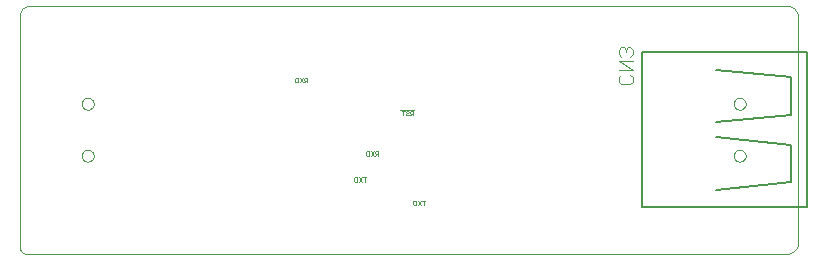
<source format=gbo>
G75*
%MOIN*%
%OFA0B0*%
%FSLAX24Y24*%
%IPPOS*%
%LPD*%
%AMOC8*
5,1,8,0,0,1.08239X$1,22.5*
%
%ADD10C,0.0000*%
%ADD11C,0.0010*%
%ADD12C,0.0050*%
%ADD13C,0.0040*%
D10*
X000872Y000527D02*
X026208Y000527D01*
X026208Y000528D02*
X026246Y000530D01*
X026283Y000535D01*
X026320Y000545D01*
X026356Y000557D01*
X026390Y000574D01*
X026422Y000593D01*
X026453Y000616D01*
X026481Y000641D01*
X026506Y000669D01*
X026529Y000700D01*
X026548Y000732D01*
X026565Y000766D01*
X026577Y000802D01*
X026587Y000839D01*
X026592Y000876D01*
X026594Y000914D01*
X026594Y008399D01*
X026592Y008438D01*
X026586Y008476D01*
X026577Y008514D01*
X026564Y008551D01*
X026547Y008586D01*
X026527Y008619D01*
X026504Y008650D01*
X026478Y008679D01*
X026449Y008705D01*
X026418Y008728D01*
X026385Y008748D01*
X026350Y008765D01*
X026313Y008778D01*
X026275Y008787D01*
X026237Y008793D01*
X026198Y008795D01*
X000984Y008795D01*
X000949Y008793D01*
X000915Y008788D01*
X000881Y008779D01*
X000848Y008766D01*
X000817Y008750D01*
X000788Y008731D01*
X000761Y008709D01*
X000736Y008684D01*
X000714Y008657D01*
X000695Y008628D01*
X000679Y008597D01*
X000666Y008564D01*
X000657Y008530D01*
X000652Y008496D01*
X000650Y008461D01*
X000649Y008461D02*
X000649Y000750D01*
X000651Y000721D01*
X000657Y000692D01*
X000666Y000665D01*
X000679Y000639D01*
X000695Y000614D01*
X000714Y000592D01*
X000736Y000573D01*
X000760Y000557D01*
X000787Y000544D01*
X000814Y000535D01*
X000843Y000529D01*
X000872Y000527D01*
X002721Y003795D02*
X002723Y003822D01*
X002729Y003849D01*
X002738Y003875D01*
X002751Y003899D01*
X002767Y003922D01*
X002786Y003941D01*
X002808Y003958D01*
X002832Y003972D01*
X002857Y003982D01*
X002884Y003989D01*
X002911Y003992D01*
X002939Y003991D01*
X002966Y003986D01*
X002992Y003978D01*
X003016Y003966D01*
X003039Y003950D01*
X003060Y003932D01*
X003077Y003911D01*
X003092Y003887D01*
X003103Y003862D01*
X003111Y003836D01*
X003115Y003809D01*
X003115Y003781D01*
X003111Y003754D01*
X003103Y003728D01*
X003092Y003703D01*
X003077Y003679D01*
X003060Y003658D01*
X003039Y003640D01*
X003017Y003624D01*
X002992Y003612D01*
X002966Y003604D01*
X002939Y003599D01*
X002911Y003598D01*
X002884Y003601D01*
X002857Y003608D01*
X002832Y003618D01*
X002808Y003632D01*
X002786Y003649D01*
X002767Y003668D01*
X002751Y003691D01*
X002738Y003715D01*
X002729Y003741D01*
X002723Y003768D01*
X002721Y003795D01*
X002721Y005527D02*
X002723Y005554D01*
X002729Y005581D01*
X002738Y005607D01*
X002751Y005631D01*
X002767Y005654D01*
X002786Y005673D01*
X002808Y005690D01*
X002832Y005704D01*
X002857Y005714D01*
X002884Y005721D01*
X002911Y005724D01*
X002939Y005723D01*
X002966Y005718D01*
X002992Y005710D01*
X003016Y005698D01*
X003039Y005682D01*
X003060Y005664D01*
X003077Y005643D01*
X003092Y005619D01*
X003103Y005594D01*
X003111Y005568D01*
X003115Y005541D01*
X003115Y005513D01*
X003111Y005486D01*
X003103Y005460D01*
X003092Y005435D01*
X003077Y005411D01*
X003060Y005390D01*
X003039Y005372D01*
X003017Y005356D01*
X002992Y005344D01*
X002966Y005336D01*
X002939Y005331D01*
X002911Y005330D01*
X002884Y005333D01*
X002857Y005340D01*
X002832Y005350D01*
X002808Y005364D01*
X002786Y005381D01*
X002767Y005400D01*
X002751Y005423D01*
X002738Y005447D01*
X002729Y005473D01*
X002723Y005500D01*
X002721Y005527D01*
X024452Y005527D02*
X024454Y005554D01*
X024460Y005581D01*
X024469Y005607D01*
X024482Y005631D01*
X024498Y005654D01*
X024517Y005673D01*
X024539Y005690D01*
X024563Y005704D01*
X024588Y005714D01*
X024615Y005721D01*
X024642Y005724D01*
X024670Y005723D01*
X024697Y005718D01*
X024723Y005710D01*
X024747Y005698D01*
X024770Y005682D01*
X024791Y005664D01*
X024808Y005643D01*
X024823Y005619D01*
X024834Y005594D01*
X024842Y005568D01*
X024846Y005541D01*
X024846Y005513D01*
X024842Y005486D01*
X024834Y005460D01*
X024823Y005435D01*
X024808Y005411D01*
X024791Y005390D01*
X024770Y005372D01*
X024748Y005356D01*
X024723Y005344D01*
X024697Y005336D01*
X024670Y005331D01*
X024642Y005330D01*
X024615Y005333D01*
X024588Y005340D01*
X024563Y005350D01*
X024539Y005364D01*
X024517Y005381D01*
X024498Y005400D01*
X024482Y005423D01*
X024469Y005447D01*
X024460Y005473D01*
X024454Y005500D01*
X024452Y005527D01*
X024452Y003795D02*
X024454Y003822D01*
X024460Y003849D01*
X024469Y003875D01*
X024482Y003899D01*
X024498Y003922D01*
X024517Y003941D01*
X024539Y003958D01*
X024563Y003972D01*
X024588Y003982D01*
X024615Y003989D01*
X024642Y003992D01*
X024670Y003991D01*
X024697Y003986D01*
X024723Y003978D01*
X024747Y003966D01*
X024770Y003950D01*
X024791Y003932D01*
X024808Y003911D01*
X024823Y003887D01*
X024834Y003862D01*
X024842Y003836D01*
X024846Y003809D01*
X024846Y003781D01*
X024842Y003754D01*
X024834Y003728D01*
X024823Y003703D01*
X024808Y003679D01*
X024791Y003658D01*
X024770Y003640D01*
X024748Y003624D01*
X024723Y003612D01*
X024697Y003604D01*
X024670Y003599D01*
X024642Y003598D01*
X024615Y003601D01*
X024588Y003608D01*
X024563Y003618D01*
X024539Y003632D01*
X024517Y003649D01*
X024498Y003668D01*
X024482Y003691D01*
X024469Y003715D01*
X024460Y003741D01*
X024454Y003768D01*
X024452Y003795D01*
D11*
X014167Y002299D02*
X014067Y002299D01*
X014020Y002299D02*
X013920Y002149D01*
X013872Y002149D02*
X013797Y002149D01*
X013772Y002174D01*
X013772Y002274D01*
X013797Y002299D01*
X013872Y002299D01*
X013872Y002149D01*
X014020Y002149D02*
X013920Y002299D01*
X014117Y002299D02*
X014117Y002149D01*
X012149Y002936D02*
X012149Y003086D01*
X012199Y003086D02*
X012099Y003086D01*
X012051Y003086D02*
X011951Y002936D01*
X011904Y002936D02*
X011829Y002936D01*
X011804Y002961D01*
X011804Y003061D01*
X011829Y003086D01*
X011904Y003086D01*
X011904Y002936D01*
X012051Y002936D02*
X011951Y003086D01*
X012223Y003802D02*
X012198Y003827D01*
X012198Y003927D01*
X012223Y003952D01*
X012298Y003952D01*
X012298Y003802D01*
X012223Y003802D01*
X012345Y003802D02*
X012445Y003952D01*
X012492Y003927D02*
X012492Y003877D01*
X012517Y003852D01*
X012592Y003852D01*
X012542Y003852D02*
X012492Y003802D01*
X012445Y003802D02*
X012345Y003952D01*
X012492Y003927D02*
X012517Y003952D01*
X012592Y003952D01*
X012592Y003802D01*
X013429Y005141D02*
X013429Y005291D01*
X013479Y005291D02*
X013379Y005291D01*
X013336Y005311D02*
X013778Y005311D01*
X013773Y005291D02*
X013698Y005291D01*
X013673Y005266D01*
X013673Y005216D01*
X013698Y005191D01*
X013773Y005191D01*
X013723Y005191D02*
X013673Y005141D01*
X013626Y005166D02*
X013601Y005141D01*
X013551Y005141D01*
X013526Y005166D01*
X013526Y005191D01*
X013551Y005216D01*
X013601Y005216D01*
X013626Y005241D01*
X013626Y005266D01*
X013601Y005291D01*
X013551Y005291D01*
X013526Y005266D01*
X013773Y005291D02*
X013773Y005141D01*
X010230Y006243D02*
X010230Y006393D01*
X010155Y006393D01*
X010130Y006368D01*
X010130Y006318D01*
X010155Y006293D01*
X010230Y006293D01*
X010180Y006293D02*
X010130Y006243D01*
X010083Y006243D02*
X009983Y006393D01*
X009935Y006393D02*
X009860Y006393D01*
X009835Y006368D01*
X009835Y006268D01*
X009860Y006243D01*
X009935Y006243D01*
X009935Y006393D01*
X010083Y006393D02*
X009983Y006243D01*
D12*
X021394Y007221D02*
X021394Y002101D01*
X021399Y002076D02*
X026904Y002076D01*
X026904Y002111D02*
X026904Y007211D01*
X026904Y007246D02*
X021399Y007246D01*
X023854Y006661D02*
X026354Y006411D01*
X026354Y005161D01*
X023854Y004911D01*
X023854Y004411D02*
X026354Y004161D01*
X026354Y002911D01*
X023854Y002661D01*
D13*
X021008Y006181D02*
X020701Y006181D01*
X020624Y006258D01*
X020624Y006411D01*
X020701Y006488D01*
X021008Y006488D02*
X021085Y006411D01*
X021085Y006258D01*
X021008Y006181D01*
X021085Y006642D02*
X020624Y006642D01*
X020624Y006949D02*
X021085Y006642D01*
X021085Y006949D02*
X020624Y006949D01*
X020701Y007102D02*
X020624Y007179D01*
X020624Y007332D01*
X020701Y007409D01*
X020778Y007409D01*
X020854Y007332D01*
X020854Y007256D01*
X020854Y007332D02*
X020931Y007409D01*
X021008Y007409D01*
X021085Y007332D01*
X021085Y007179D01*
X021008Y007102D01*
M02*

</source>
